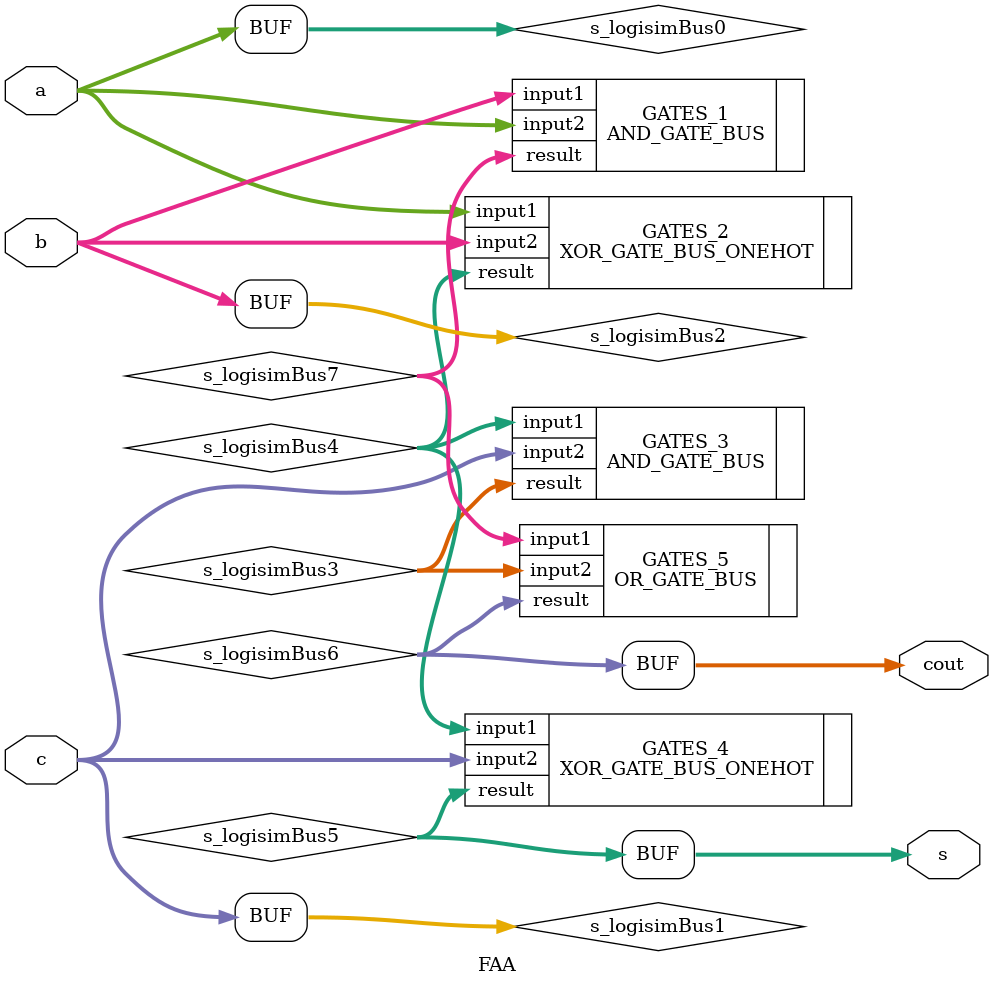
<source format=v>
/******************************************************************************
**
Logisim-evolution
goes
FPGA
automatic
generated
Verilog
code
**
**
https://github.com/logisim-evolution/
**
**
**
**
Component
:
FAA
**
**
**
*****************************************************************************/
module
FAA(
a,
b,
c,
cout,
s
);
/*******************************************************************************
**
The
inputs
are
defined
here
**
*******************************************************************************/
input
[63:0]
a;
input
[63:0]
b;
input
[63:0]
c;
/*******************************************************************************
**
The
outputs
are
defined
here
**
*******************************************************************************/
output
[63:0]
cout;
output
[63:0]
s;
/*******************************************************************************
**
The
wires
are
defined
here
**
*******************************************************************************/
wire
[63:0]
s_logisimBus0;
wire
[63:0]
s_logisimBus1;
wire
[63:0]
s_logisimBus2;
wire
[63:0]
s_logisimBus3;
wire
[63:0]
s_logisimBus4;
wire
[63:0]
s_logisimBus5;
wire
[63:0]
s_logisimBus6;
wire
[63:0]
s_logisimBus7;
/*******************************************************************************
**
The
module
functionality
is
described
here
**
*******************************************************************************/
/*******************************************************************************
**
Here
all
input
connections
are
defined
**
*******************************************************************************/
assign
s_logisimBus0[63:0]
=
a;
assign
s_logisimBus1[63:0]
=
c;
assign
s_logisimBus2[63:0]
=
b;
/*******************************************************************************
**
Here
all
output
connections
are
defined
**
*******************************************************************************/
assign
cout
=
s_logisimBus6[63:0];
assign
s
=
s_logisimBus5[63:0];
/*******************************************************************************
**
Here
all
normal
components
are
defined
**
*******************************************************************************/
AND_GATE_BUS
#(.BubblesMask(2'b00),
.NrOfBits(64))
GATES_1
(.input1(s_logisimBus2[63:0]),
.input2(s_logisimBus0[63:0]),
.result(s_logisimBus7[63:0]));
XOR_GATE_BUS_ONEHOT
#(.BubblesMask(2'b00),
.NrOfBits(64))
GATES_2
(.input1(s_logisimBus0[63:0]),
.input2(s_logisimBus2[63:0]),
.result(s_logisimBus4[63:0]));
AND_GATE_BUS
#(.BubblesMask(2'b00),
.NrOfBits(64))
GATES_3
(.input1(s_logisimBus4[63:0]),
.input2(s_logisimBus1[63:0]),
.result(s_logisimBus3[63:0]));
XOR_GATE_BUS_ONEHOT
#(.BubblesMask(2'b00),
.NrOfBits(64))
GATES_4
(.input1(s_logisimBus4[63:0]),
.input2(s_logisimBus1[63:0]),
.result(s_logisimBus5[63:0]));
OR_GATE_BUS
#(.BubblesMask(2'b00),
.NrOfBits(64))
GATES_5
(.input1(s_logisimBus7[63:0]),
.input2(s_logisimBus3[63:0]),
.result(s_logisimBus6[63:0]));
endmodule
</source>
